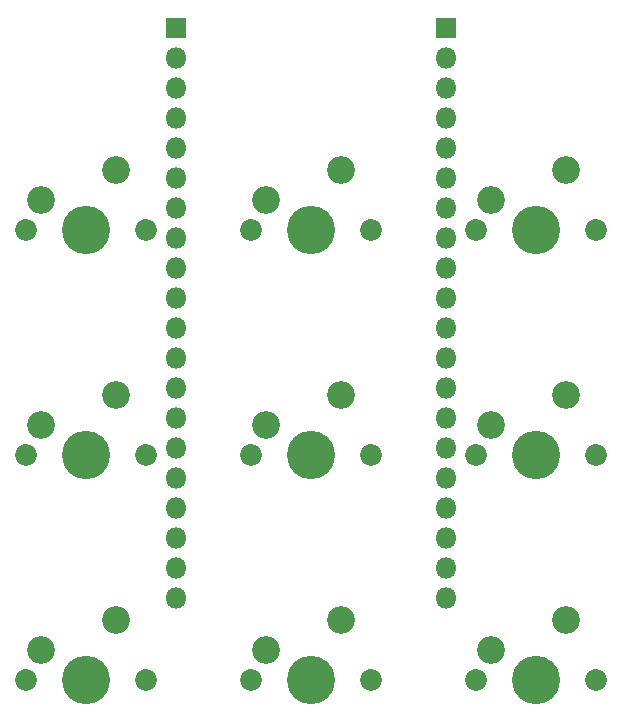
<source format=gbr>
%TF.GenerationSoftware,KiCad,Pcbnew,(5.1.6)-1*%
%TF.CreationDate,2021-09-03T02:09:39-07:00*%
%TF.ProjectId,Rocketboard-9E,526f636b-6574-4626-9f61-72642d39452e,1.0*%
%TF.SameCoordinates,Original*%
%TF.FileFunction,Soldermask,Top*%
%TF.FilePolarity,Negative*%
%FSLAX46Y46*%
G04 Gerber Fmt 4.6, Leading zero omitted, Abs format (unit mm)*
G04 Created by KiCad (PCBNEW (5.1.6)-1) date 2021-09-03 02:09:39*
%MOMM*%
%LPD*%
G01*
G04 APERTURE LIST*
%ADD10C,2.350000*%
%ADD11C,4.087800*%
%ADD12C,1.850000*%
%ADD13O,1.800000X1.800000*%
%ADD14R,1.800000X1.800000*%
G04 APERTURE END LIST*
D10*
%TO.C,MX9*%
X153990000Y-109770000D03*
D11*
X151450000Y-114850000D03*
D10*
X147640000Y-112310000D03*
D12*
X146370000Y-114850000D03*
X156530000Y-114850000D03*
%TD*%
D10*
%TO.C,MX8*%
X134940000Y-109770000D03*
D11*
X132400000Y-114850000D03*
D10*
X128590000Y-112310000D03*
D12*
X127320000Y-114850000D03*
X137480000Y-114850000D03*
%TD*%
D10*
%TO.C,MX7*%
X115890000Y-109770000D03*
D11*
X113350000Y-114850000D03*
D10*
X109540000Y-112310000D03*
D12*
X108270000Y-114850000D03*
X118430000Y-114850000D03*
%TD*%
D10*
%TO.C,MX6*%
X153990000Y-90720000D03*
D11*
X151450000Y-95800000D03*
D10*
X147640000Y-93260000D03*
D12*
X146370000Y-95800000D03*
X156530000Y-95800000D03*
%TD*%
D10*
%TO.C,MX5*%
X134940000Y-90720000D03*
D11*
X132400000Y-95800000D03*
D10*
X128590000Y-93260000D03*
D12*
X127320000Y-95800000D03*
X137480000Y-95800000D03*
%TD*%
D10*
%TO.C,MX4*%
X115890000Y-90720000D03*
D11*
X113350000Y-95800000D03*
D10*
X109540000Y-93260000D03*
D12*
X108270000Y-95800000D03*
X118430000Y-95800000D03*
%TD*%
D10*
%TO.C,MX3*%
X153990000Y-71670000D03*
D11*
X151450000Y-76750000D03*
D10*
X147640000Y-74210000D03*
D12*
X146370000Y-76750000D03*
X156530000Y-76750000D03*
%TD*%
D10*
%TO.C,MX2*%
X134940000Y-71670000D03*
D11*
X132400000Y-76750000D03*
D10*
X128590000Y-74210000D03*
D12*
X127320000Y-76750000D03*
X137480000Y-76750000D03*
%TD*%
%TO.C,MX1*%
X118430000Y-76750000D03*
X108270000Y-76750000D03*
D10*
X109540000Y-74210000D03*
D11*
X113350000Y-76750000D03*
D10*
X115890000Y-71670000D03*
%TD*%
D13*
%TO.C,J2*%
X120970000Y-107930000D03*
X120970000Y-105390000D03*
X120970000Y-102850000D03*
X120970000Y-100310000D03*
X120970000Y-97770000D03*
X120970000Y-95230000D03*
X120970000Y-92690000D03*
X120970000Y-90150000D03*
X120970000Y-87610000D03*
X120970000Y-85070000D03*
X120970000Y-82530000D03*
X120970000Y-79990000D03*
X120970000Y-77450000D03*
X120970000Y-74910000D03*
X120970000Y-72370000D03*
X120970000Y-69830000D03*
X120970000Y-67290000D03*
X120970000Y-64750000D03*
X120970000Y-62210000D03*
D14*
X120970000Y-59670000D03*
%TD*%
D13*
%TO.C,J1*%
X143830000Y-107930000D03*
X143830000Y-105390000D03*
X143830000Y-102850000D03*
X143830000Y-100310000D03*
X143830000Y-97770000D03*
X143830000Y-95230000D03*
X143830000Y-92690000D03*
X143830000Y-90150000D03*
X143830000Y-87610000D03*
X143830000Y-85070000D03*
X143830000Y-82530000D03*
X143830000Y-79990000D03*
X143830000Y-77450000D03*
X143830000Y-74910000D03*
X143830000Y-72370000D03*
X143830000Y-69830000D03*
X143830000Y-67290000D03*
X143830000Y-64750000D03*
X143830000Y-62210000D03*
D14*
X143830000Y-59670000D03*
%TD*%
M02*

</source>
